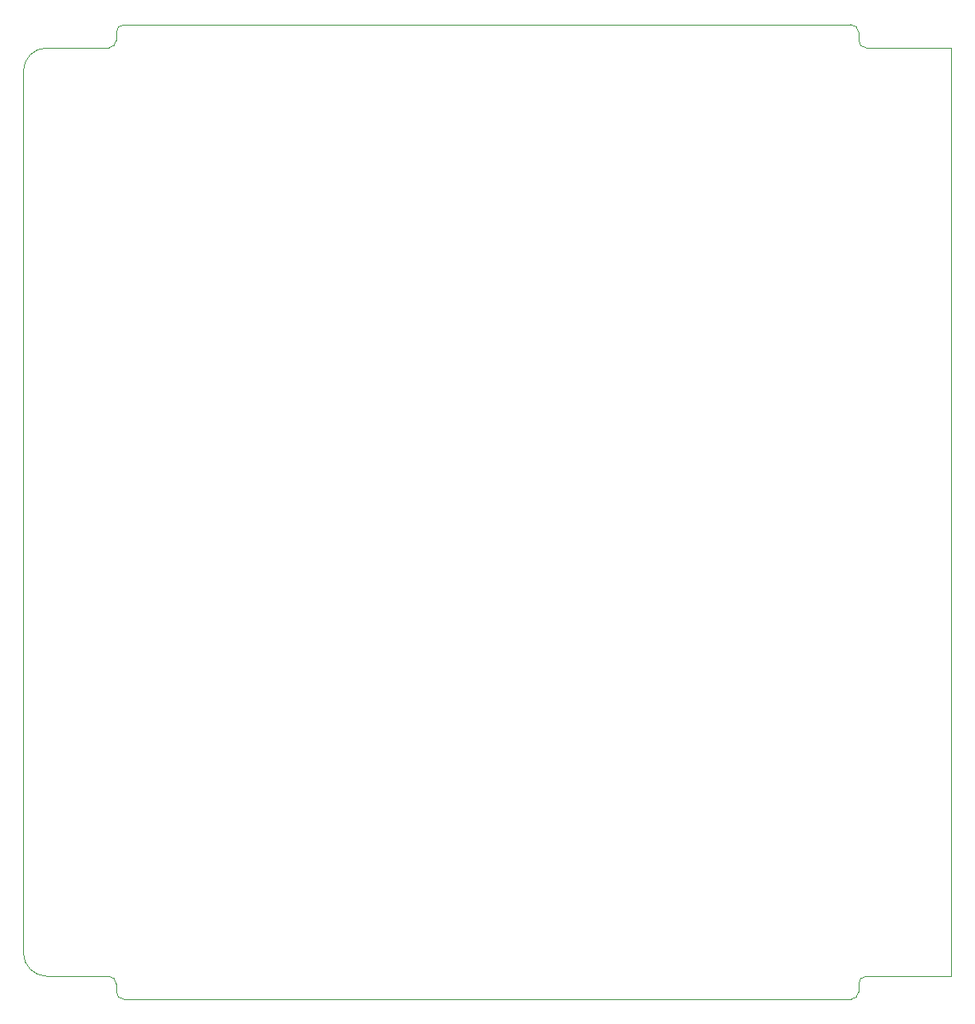
<source format=gm1>
%TF.GenerationSoftware,KiCad,Pcbnew,(5.1.12)-1*%
%TF.CreationDate,2022-01-07T15:12:48-05:00*%
%TF.ProjectId,center-gasket-1,63656e74-6572-42d6-9761-736b65742d31,rev?*%
%TF.SameCoordinates,Original*%
%TF.FileFunction,Profile,NP*%
%FSLAX46Y46*%
G04 Gerber Fmt 4.6, Leading zero omitted, Abs format (unit mm)*
G04 Created by KiCad (PCBNEW (5.1.12)-1) date 2022-01-07 15:12:48*
%MOMM*%
%LPD*%
G01*
G04 APERTURE LIST*
%TA.AperFunction,Profile*%
%ADD10C,0.050000*%
%TD*%
G04 APERTURE END LIST*
D10*
X30162500Y-116681250D02*
X23812500Y-116681250D01*
X30956250Y-117475000D02*
X30956250Y-118268750D01*
X30162500Y-116681250D02*
G75*
G02*
X30956250Y-117475000I0J-793750D01*
G01*
X31750000Y-119062500D02*
G75*
G02*
X30956250Y-118268750I0J793750D01*
G01*
X106362500Y-119062500D02*
X31750000Y-119062500D01*
X107156250Y-117475000D02*
X107156250Y-118268750D01*
X107156250Y-118268750D02*
G75*
G02*
X106362500Y-119062500I-793750J0D01*
G01*
X107156250Y-117475000D02*
G75*
G02*
X107950000Y-116681250I793750J0D01*
G01*
X30956250Y-20637500D02*
G75*
G02*
X30162500Y-21431250I-793750J0D01*
G01*
X107950000Y-21431250D02*
G75*
G02*
X107156250Y-20637500I0J793750D01*
G01*
X106362500Y-19050000D02*
G75*
G02*
X107156250Y-19843750I0J-793750D01*
G01*
X107156250Y-20637500D02*
X107156250Y-19843750D01*
X116681250Y-21431250D02*
X107950000Y-21431250D01*
X31750000Y-19050000D02*
X106362500Y-19050000D01*
X30956250Y-19843750D02*
G75*
G02*
X31750000Y-19050000I793750J0D01*
G01*
X30956250Y-20637500D02*
X30956250Y-19843750D01*
X116681250Y-116681250D02*
X107950000Y-116681250D01*
X116681250Y-21431250D02*
X116681250Y-116681250D01*
X30162500Y-21431250D02*
X23812500Y-21431250D01*
X21431250Y-114300000D02*
X21431250Y-23812500D01*
X23812500Y-116681250D02*
G75*
G02*
X21431250Y-114300000I0J2381250D01*
G01*
X21431250Y-23812500D02*
G75*
G02*
X23812500Y-21431250I2381250J0D01*
G01*
M02*

</source>
